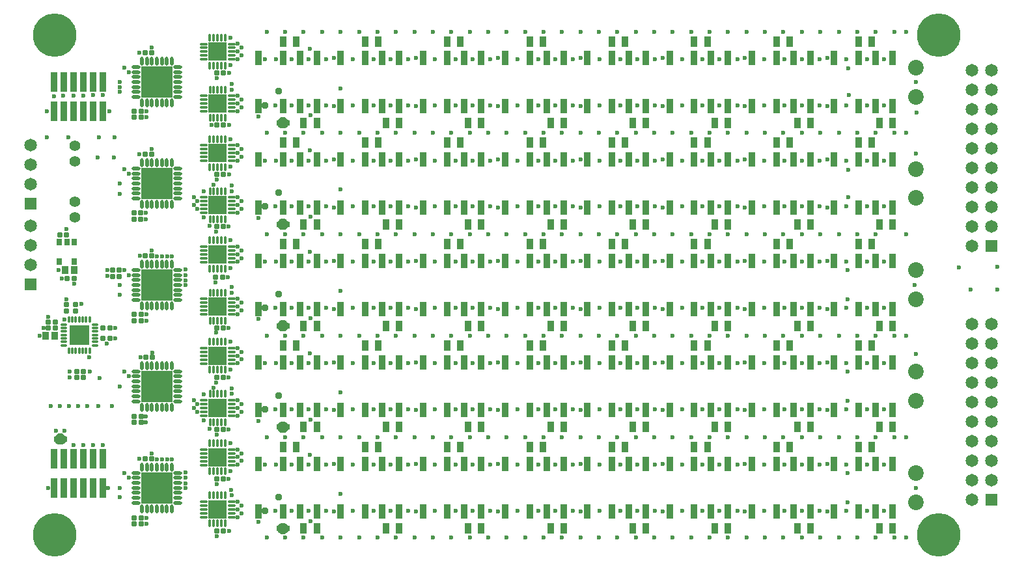
<source format=gts>
G04*
G04 #@! TF.GenerationSoftware,Altium Limited,Altium Designer,20.0.9 (164)*
G04*
G04 Layer_Color=8388736*
%FSLAX25Y25*%
%MOIN*%
G70*
G01*
G75*
%ADD33O,0.03543X0.01378*%
%ADD34O,0.01378X0.03543*%
%ADD35R,0.10433X0.10433*%
%ADD36R,0.03740X0.05709*%
%ADD37R,0.03091X0.03091*%
%ADD38R,0.03347X0.07284*%
%ADD39O,0.03937X0.01575*%
%ADD40O,0.01575X0.03937*%
%ADD41R,0.09646X0.09646*%
G04:AMPARAMS|DCode=42|XSize=26.38mil|YSize=27.95mil|CornerRadius=8.07mil|HoleSize=0mil|Usage=FLASHONLY|Rotation=180.000|XOffset=0mil|YOffset=0mil|HoleType=Round|Shape=RoundedRectangle|*
%AMROUNDEDRECTD42*
21,1,0.02638,0.01181,0,0,180.0*
21,1,0.01024,0.02795,0,0,180.0*
1,1,0.01614,-0.00512,0.00591*
1,1,0.01614,0.00512,0.00591*
1,1,0.01614,0.00512,-0.00591*
1,1,0.01614,-0.00512,-0.00591*
%
%ADD42ROUNDEDRECTD42*%
%ADD43R,0.16063X0.16063*%
%ADD44O,0.04528X0.01772*%
%ADD45O,0.01772X0.04528*%
G04:AMPARAMS|DCode=46|XSize=26.38mil|YSize=27.95mil|CornerRadius=8.07mil|HoleSize=0mil|Usage=FLASHONLY|Rotation=90.000|XOffset=0mil|YOffset=0mil|HoleType=Round|Shape=RoundedRectangle|*
%AMROUNDEDRECTD46*
21,1,0.02638,0.01181,0,0,90.0*
21,1,0.01024,0.02795,0,0,90.0*
1,1,0.01614,0.00591,0.00512*
1,1,0.01614,0.00591,-0.00512*
1,1,0.01614,-0.00591,-0.00512*
1,1,0.01614,-0.00591,0.00512*
%
%ADD46ROUNDEDRECTD46*%
%ADD47R,0.03583X0.10039*%
%ADD48R,0.02756X0.03740*%
%ADD49R,0.03425X0.04134*%
%ADD50R,0.03347X0.03937*%
%ADD51C,0.05591*%
%ADD52R,0.06496X0.06496*%
%ADD53C,0.06496*%
%ADD54C,0.07991*%
%ADD55C,0.02362*%
%ADD56C,0.03398*%
%ADD57C,0.22244*%
%ADD58C,0.03740*%
%ADD59C,0.02559*%
G36*
X135996Y68937D02*
X136008D01*
X136019Y68935D01*
X136031Y68934D01*
X136042Y68932D01*
X136054Y68930D01*
X136065Y68926D01*
X136076Y68923D01*
X136087Y68919D01*
X136098Y68915D01*
X137017Y68535D01*
X137027Y68529D01*
X137038Y68525D01*
X137048Y68519D01*
X137058Y68514D01*
X137067Y68507D01*
X137077Y68501D01*
X137086Y68493D01*
X137096Y68486D01*
X137104Y68478D01*
X137113Y68471D01*
X137816Y67767D01*
X137824Y67758D01*
X137832Y67750D01*
X137839Y67741D01*
X137846Y67732D01*
X137852Y67722D01*
X137859Y67713D01*
X137864Y67702D01*
X137871Y67692D01*
X137875Y67681D01*
X137880Y67671D01*
X138261Y66752D01*
X138265Y66741D01*
X138269Y66730D01*
X138272Y66719D01*
X138275Y66708D01*
X138277Y66697D01*
X138280Y66685D01*
X138281Y66674D01*
X138283Y66662D01*
Y66651D01*
X138283Y66639D01*
Y66142D01*
Y65644D01*
X138283Y65633D01*
Y65621D01*
X138281Y65610D01*
X138280Y65598D01*
X138277Y65587D01*
X138275Y65575D01*
X138272Y65564D01*
X138269Y65553D01*
X138265Y65542D01*
X138261Y65531D01*
X137880Y64612D01*
X137875Y64602D01*
X137871Y64591D01*
X137864Y64581D01*
X137859Y64571D01*
X137852Y64561D01*
X137846Y64552D01*
X137839Y64543D01*
X137832Y64533D01*
X137824Y64525D01*
X137816Y64516D01*
X137113Y63813D01*
X137104Y63805D01*
X137096Y63797D01*
X137086Y63790D01*
X137077Y63783D01*
X137067Y63777D01*
X137058Y63770D01*
X137048Y63765D01*
X137038Y63758D01*
X137027Y63754D01*
X137017Y63749D01*
X136098Y63368D01*
X136087Y63364D01*
X136076Y63360D01*
X136065Y63357D01*
X136054Y63354D01*
X136042Y63352D01*
X136031Y63349D01*
X136019Y63348D01*
X136008Y63346D01*
X135996D01*
X135985Y63345D01*
X135487D01*
X135441Y63349D01*
X135396Y63360D01*
X135353Y63378D01*
X135313Y63402D01*
X135278Y63432D01*
X135248Y63468D01*
X135236Y63486D01*
X135225Y63468D01*
X135195Y63432D01*
X135159Y63402D01*
X135120Y63378D01*
X135077Y63360D01*
X135031Y63349D01*
X134985Y63345D01*
X134488D01*
X134476Y63346D01*
X134465D01*
X134453Y63348D01*
X134442Y63349D01*
X134430Y63352D01*
X134419Y63354D01*
X134408Y63357D01*
X134396Y63360D01*
X134386Y63364D01*
X134374Y63368D01*
X133456Y63749D01*
X133445Y63754D01*
X133435Y63758D01*
X133425Y63765D01*
X133414Y63770D01*
X133405Y63777D01*
X133395Y63783D01*
X133386Y63790D01*
X133377Y63797D01*
X133369Y63805D01*
X133360Y63813D01*
X132656Y64516D01*
X132649Y64525D01*
X132641Y64533D01*
X132634Y64543D01*
X132626Y64552D01*
X132620Y64561D01*
X132613Y64571D01*
X132608Y64581D01*
X132602Y64591D01*
X132597Y64602D01*
X132592Y64612D01*
X132211Y65531D01*
X132208Y65542D01*
X132203Y65553D01*
X132201Y65564D01*
X132197Y65575D01*
X132195Y65587D01*
X132193Y65598D01*
X132192Y65610D01*
X132190Y65621D01*
Y65633D01*
X132189Y65644D01*
Y66142D01*
Y66639D01*
X132190Y66651D01*
Y66662D01*
X132192Y66674D01*
X132193Y66685D01*
X132195Y66697D01*
X132197Y66708D01*
X132201Y66719D01*
X132203Y66730D01*
X132208Y66741D01*
X132212Y66752D01*
X132592Y67671D01*
X132597Y67681D01*
X132602Y67692D01*
X132608Y67702D01*
X132613Y67713D01*
X132620Y67722D01*
X132626Y67732D01*
X132634Y67741D01*
X132641Y67750D01*
X132649Y67758D01*
X132656Y67767D01*
X133360Y68471D01*
X133369Y68478D01*
X133377Y68486D01*
X133386Y68493D01*
X133395Y68501D01*
X133405Y68507D01*
X133414Y68514D01*
X133425Y68519D01*
X133435Y68525D01*
X133445Y68529D01*
X133456Y68535D01*
X134374Y68915D01*
X134386Y68919D01*
X134396Y68923D01*
X134408Y68926D01*
X134419Y68930D01*
X134430Y68932D01*
X134442Y68934D01*
X134453Y68935D01*
X134465Y68937D01*
X134476D01*
X134488Y68938D01*
X134985D01*
X135031Y68934D01*
X135077Y68923D01*
X135120Y68906D01*
X135159Y68881D01*
X135195Y68851D01*
X135225Y68816D01*
X135236Y68797D01*
X135248Y68816D01*
X135278Y68851D01*
X135313Y68881D01*
X135353Y68906D01*
X135396Y68923D01*
X135441Y68934D01*
X135487Y68938D01*
X135985D01*
X135996Y68937D01*
D02*
G37*
G36*
X22020Y62835D02*
X22031D01*
X22043Y62833D01*
X22054Y62832D01*
X22066Y62829D01*
X22077Y62827D01*
X22088Y62824D01*
X22100Y62821D01*
X22110Y62817D01*
X22121Y62813D01*
X23040Y62432D01*
X23051Y62427D01*
X23061Y62423D01*
X23071Y62417D01*
X23082Y62411D01*
X23091Y62405D01*
X23101Y62398D01*
X23110Y62391D01*
X23119Y62384D01*
X23128Y62376D01*
X23136Y62368D01*
X23840Y61665D01*
X23847Y61656D01*
X23855Y61648D01*
X23862Y61638D01*
X23870Y61630D01*
X23876Y61620D01*
X23883Y61610D01*
X23888Y61600D01*
X23894Y61590D01*
X23899Y61579D01*
X23904Y61569D01*
X24284Y60650D01*
X24288Y60639D01*
X24293Y60628D01*
X24295Y60617D01*
X24299Y60606D01*
X24301Y60594D01*
X24303Y60583D01*
X24304Y60571D01*
X24306Y60560D01*
Y60548D01*
X24307Y60537D01*
Y60039D01*
Y59542D01*
X24306Y59530D01*
Y59519D01*
X24304Y59507D01*
X24303Y59496D01*
X24301Y59484D01*
X24299Y59473D01*
X24295Y59462D01*
X24293Y59451D01*
X24288Y59440D01*
X24284Y59429D01*
X23904Y58510D01*
X23899Y58499D01*
X23894Y58489D01*
X23888Y58479D01*
X23883Y58469D01*
X23876Y58459D01*
X23870Y58449D01*
X23862Y58440D01*
X23855Y58431D01*
X23847Y58423D01*
X23840Y58414D01*
X23136Y57710D01*
X23128Y57703D01*
X23119Y57695D01*
X23110Y57688D01*
X23101Y57680D01*
X23091Y57674D01*
X23082Y57667D01*
X23071Y57662D01*
X23061Y57656D01*
X23051Y57652D01*
X23040Y57646D01*
X22121Y57266D01*
X22110Y57262D01*
X22100Y57258D01*
X22088Y57255D01*
X22077Y57251D01*
X22066Y57249D01*
X22054Y57247D01*
X22043Y57246D01*
X22031Y57244D01*
X22020D01*
X22008Y57243D01*
X21511D01*
X21464Y57247D01*
X21419Y57258D01*
X21376Y57275D01*
X21337Y57300D01*
X21301Y57330D01*
X21271Y57365D01*
X21260Y57384D01*
X21248Y57365D01*
X21218Y57330D01*
X21183Y57300D01*
X21143Y57275D01*
X21100Y57258D01*
X21055Y57247D01*
X21009Y57243D01*
X20512D01*
X20500Y57244D01*
X20488D01*
X20477Y57246D01*
X20465Y57247D01*
X20454Y57249D01*
X20442Y57251D01*
X20431Y57255D01*
X20420Y57258D01*
X20409Y57262D01*
X20398Y57266D01*
X19479Y57646D01*
X19469Y57652D01*
X19458Y57656D01*
X19448Y57662D01*
X19438Y57667D01*
X19429Y57674D01*
X19419Y57680D01*
X19410Y57688D01*
X19400Y57695D01*
X19392Y57703D01*
X19383Y57710D01*
X18680Y58414D01*
X18672Y58423D01*
X18664Y58431D01*
X18657Y58440D01*
X18650Y58449D01*
X18644Y58459D01*
X18637Y58469D01*
X18632Y58479D01*
X18625Y58489D01*
X18621Y58499D01*
X18616Y58510D01*
X18235Y59429D01*
X18232Y59440D01*
X18227Y59451D01*
X18224Y59462D01*
X18221Y59473D01*
X18219Y59484D01*
X18216Y59496D01*
X18215Y59507D01*
X18214Y59519D01*
Y59530D01*
X18213Y59542D01*
Y60039D01*
Y60537D01*
X18214Y60548D01*
Y60560D01*
X18215Y60571D01*
X18216Y60583D01*
X18219Y60594D01*
X18221Y60606D01*
X18224Y60617D01*
X18227Y60628D01*
X18232Y60639D01*
X18235Y60650D01*
X18616Y61569D01*
X18621Y61579D01*
X18625Y61590D01*
X18632Y61600D01*
X18637Y61610D01*
X18644Y61620D01*
X18650Y61630D01*
X18657Y61638D01*
X18664Y61648D01*
X18672Y61656D01*
X18680Y61665D01*
X19383Y62368D01*
X19392Y62376D01*
X19400Y62384D01*
X19410Y62391D01*
X19419Y62398D01*
X19429Y62405D01*
X19438Y62411D01*
X19448Y62417D01*
X19458Y62423D01*
X19469Y62427D01*
X19479Y62432D01*
X20398Y62813D01*
X20409Y62817D01*
X20420Y62821D01*
X20431Y62824D01*
X20442Y62827D01*
X20454Y62829D01*
X20465Y62832D01*
X20477Y62833D01*
X20488Y62835D01*
X20500D01*
X20512Y62836D01*
X21009D01*
X21055Y62832D01*
X21100Y62821D01*
X21143Y62803D01*
X21183Y62779D01*
X21218Y62749D01*
X21248Y62713D01*
X21260Y62695D01*
X21271Y62713D01*
X21301Y62749D01*
X21337Y62779D01*
X21376Y62803D01*
X21419Y62821D01*
X21464Y62832D01*
X21511Y62836D01*
X22008D01*
X22020Y62835D01*
D02*
G37*
G36*
X135996Y16969D02*
X136008D01*
X136019Y16967D01*
X136031Y16966D01*
X136042Y16963D01*
X136054Y16961D01*
X136065Y16958D01*
X136076Y16955D01*
X136087Y16951D01*
X136098Y16947D01*
X137017Y16566D01*
X137027Y16561D01*
X137038Y16556D01*
X137048Y16550D01*
X137058Y16545D01*
X137067Y16538D01*
X137077Y16532D01*
X137086Y16525D01*
X137096Y16518D01*
X137104Y16510D01*
X137113Y16502D01*
X137816Y15799D01*
X137824Y15790D01*
X137832Y15782D01*
X137839Y15772D01*
X137846Y15764D01*
X137852Y15754D01*
X137859Y15744D01*
X137864Y15734D01*
X137871Y15724D01*
X137875Y15713D01*
X137880Y15703D01*
X138261Y14784D01*
X138265Y14773D01*
X138269Y14762D01*
X138272Y14751D01*
X138275Y14740D01*
X138277Y14728D01*
X138280Y14717D01*
X138281Y14705D01*
X138283Y14694D01*
Y14682D01*
X138283Y14671D01*
Y14173D01*
Y13676D01*
X138283Y13664D01*
Y13653D01*
X138281Y13641D01*
X138280Y13630D01*
X138277Y13618D01*
X138275Y13607D01*
X138272Y13596D01*
X138269Y13584D01*
X138265Y13574D01*
X138261Y13563D01*
X137880Y12644D01*
X137875Y12633D01*
X137871Y12623D01*
X137864Y12613D01*
X137859Y12602D01*
X137852Y12593D01*
X137846Y12583D01*
X137839Y12574D01*
X137832Y12565D01*
X137824Y12557D01*
X137816Y12548D01*
X137113Y11844D01*
X137104Y11837D01*
X137096Y11829D01*
X137086Y11822D01*
X137077Y11814D01*
X137067Y11808D01*
X137058Y11801D01*
X137048Y11796D01*
X137038Y11790D01*
X137027Y11785D01*
X137017Y11780D01*
X136098Y11400D01*
X136087Y11396D01*
X136076Y11391D01*
X136065Y11389D01*
X136054Y11385D01*
X136042Y11383D01*
X136031Y11381D01*
X136019Y11380D01*
X136008Y11378D01*
X135996D01*
X135985Y11377D01*
X135487D01*
X135441Y11381D01*
X135396Y11391D01*
X135353Y11409D01*
X135313Y11434D01*
X135278Y11464D01*
X135248Y11499D01*
X135236Y11518D01*
X135225Y11499D01*
X135195Y11464D01*
X135159Y11434D01*
X135120Y11409D01*
X135077Y11391D01*
X135031Y11381D01*
X134985Y11377D01*
X134488D01*
X134476Y11378D01*
X134465D01*
X134453Y11380D01*
X134442Y11381D01*
X134430Y11383D01*
X134419Y11385D01*
X134408Y11389D01*
X134396Y11391D01*
X134386Y11396D01*
X134374Y11400D01*
X133456Y11780D01*
X133445Y11785D01*
X133435Y11790D01*
X133425Y11796D01*
X133414Y11801D01*
X133405Y11808D01*
X133395Y11814D01*
X133386Y11822D01*
X133377Y11829D01*
X133369Y11837D01*
X133360Y11844D01*
X132656Y12548D01*
X132649Y12557D01*
X132641Y12565D01*
X132634Y12574D01*
X132626Y12583D01*
X132620Y12593D01*
X132613Y12602D01*
X132608Y12613D01*
X132602Y12623D01*
X132597Y12633D01*
X132592Y12644D01*
X132211Y13563D01*
X132208Y13574D01*
X132203Y13584D01*
X132201Y13596D01*
X132197Y13607D01*
X132195Y13618D01*
X132193Y13630D01*
X132192Y13641D01*
X132190Y13653D01*
Y13664D01*
X132189Y13676D01*
Y14173D01*
Y14671D01*
X132190Y14682D01*
Y14694D01*
X132192Y14705D01*
X132193Y14717D01*
X132195Y14728D01*
X132197Y14740D01*
X132201Y14751D01*
X132203Y14762D01*
X132208Y14773D01*
X132212Y14784D01*
X132592Y15703D01*
X132597Y15713D01*
X132602Y15724D01*
X132608Y15734D01*
X132613Y15744D01*
X132620Y15754D01*
X132626Y15764D01*
X132634Y15772D01*
X132641Y15782D01*
X132649Y15790D01*
X132656Y15799D01*
X133360Y16502D01*
X133369Y16510D01*
X133377Y16518D01*
X133386Y16525D01*
X133395Y16532D01*
X133405Y16538D01*
X133414Y16545D01*
X133425Y16550D01*
X133435Y16556D01*
X133445Y16561D01*
X133456Y16566D01*
X134374Y16947D01*
X134386Y16951D01*
X134396Y16955D01*
X134408Y16958D01*
X134419Y16961D01*
X134430Y16963D01*
X134442Y16966D01*
X134453Y16967D01*
X134465Y16969D01*
X134476D01*
X134488Y16969D01*
X134985D01*
X135031Y16966D01*
X135077Y16955D01*
X135120Y16937D01*
X135159Y16913D01*
X135195Y16883D01*
X135225Y16847D01*
X135236Y16829D01*
X135248Y16847D01*
X135278Y16883D01*
X135313Y16913D01*
X135353Y16937D01*
X135396Y16955D01*
X135441Y16966D01*
X135487Y16969D01*
X135985D01*
X135996Y16969D01*
D02*
G37*
G36*
Y224843D02*
X136008D01*
X136019Y224841D01*
X136031Y224840D01*
X136042Y224837D01*
X136054Y224835D01*
X136065Y224832D01*
X136076Y224829D01*
X136087Y224825D01*
X136098Y224821D01*
X137017Y224440D01*
X137027Y224435D01*
X137038Y224430D01*
X137048Y224424D01*
X137058Y224419D01*
X137067Y224412D01*
X137077Y224406D01*
X137086Y224399D01*
X137096Y224392D01*
X137104Y224384D01*
X137113Y224376D01*
X137816Y223673D01*
X137824Y223664D01*
X137832Y223656D01*
X137839Y223646D01*
X137846Y223638D01*
X137852Y223627D01*
X137859Y223618D01*
X137864Y223608D01*
X137871Y223598D01*
X137875Y223587D01*
X137880Y223577D01*
X138261Y222658D01*
X138265Y222647D01*
X138269Y222636D01*
X138272Y222625D01*
X138275Y222614D01*
X138277Y222602D01*
X138280Y222591D01*
X138281Y222579D01*
X138283Y222568D01*
Y222556D01*
X138283Y222545D01*
Y222047D01*
Y221550D01*
X138283Y221538D01*
Y221527D01*
X138281Y221515D01*
X138280Y221504D01*
X138277Y221492D01*
X138275Y221481D01*
X138272Y221470D01*
X138269Y221458D01*
X138265Y221448D01*
X138261Y221437D01*
X137880Y220518D01*
X137875Y220507D01*
X137871Y220497D01*
X137864Y220487D01*
X137859Y220476D01*
X137852Y220467D01*
X137846Y220457D01*
X137839Y220448D01*
X137832Y220439D01*
X137824Y220430D01*
X137816Y220422D01*
X137113Y219718D01*
X137104Y219711D01*
X137096Y219703D01*
X137086Y219696D01*
X137077Y219688D01*
X137067Y219682D01*
X137058Y219675D01*
X137048Y219670D01*
X137038Y219664D01*
X137027Y219659D01*
X137017Y219654D01*
X136098Y219274D01*
X136087Y219270D01*
X136076Y219266D01*
X136065Y219263D01*
X136054Y219259D01*
X136042Y219257D01*
X136031Y219255D01*
X136019Y219254D01*
X136008Y219252D01*
X135996D01*
X135985Y219251D01*
X135487D01*
X135441Y219255D01*
X135396Y219266D01*
X135353Y219283D01*
X135313Y219308D01*
X135278Y219338D01*
X135248Y219373D01*
X135236Y219392D01*
X135225Y219373D01*
X135195Y219338D01*
X135159Y219308D01*
X135120Y219283D01*
X135077Y219266D01*
X135031Y219255D01*
X134985Y219251D01*
X134488D01*
X134476Y219252D01*
X134465D01*
X134453Y219254D01*
X134442Y219255D01*
X134430Y219257D01*
X134419Y219259D01*
X134408Y219263D01*
X134396Y219266D01*
X134386Y219270D01*
X134374Y219274D01*
X133456Y219654D01*
X133445Y219659D01*
X133435Y219664D01*
X133425Y219670D01*
X133414Y219675D01*
X133405Y219682D01*
X133395Y219688D01*
X133386Y219696D01*
X133377Y219703D01*
X133369Y219711D01*
X133360Y219718D01*
X132656Y220422D01*
X132649Y220430D01*
X132641Y220439D01*
X132634Y220448D01*
X132626Y220457D01*
X132620Y220467D01*
X132613Y220476D01*
X132608Y220487D01*
X132602Y220497D01*
X132597Y220507D01*
X132592Y220518D01*
X132211Y221437D01*
X132208Y221448D01*
X132203Y221458D01*
X132201Y221470D01*
X132197Y221481D01*
X132195Y221492D01*
X132193Y221504D01*
X132192Y221515D01*
X132190Y221527D01*
Y221538D01*
X132189Y221550D01*
Y222047D01*
Y222545D01*
X132190Y222556D01*
Y222568D01*
X132192Y222579D01*
X132193Y222591D01*
X132195Y222602D01*
X132197Y222614D01*
X132201Y222625D01*
X132203Y222636D01*
X132208Y222647D01*
X132212Y222658D01*
X132592Y223577D01*
X132597Y223587D01*
X132602Y223598D01*
X132608Y223608D01*
X132613Y223618D01*
X132620Y223627D01*
X132626Y223638D01*
X132634Y223646D01*
X132641Y223656D01*
X132649Y223664D01*
X132656Y223673D01*
X133360Y224376D01*
X133369Y224384D01*
X133377Y224392D01*
X133386Y224399D01*
X133395Y224406D01*
X133405Y224412D01*
X133414Y224419D01*
X133425Y224424D01*
X133435Y224430D01*
X133445Y224435D01*
X133456Y224440D01*
X134374Y224821D01*
X134386Y224825D01*
X134396Y224829D01*
X134408Y224832D01*
X134419Y224835D01*
X134430Y224837D01*
X134442Y224840D01*
X134453Y224841D01*
X134465Y224843D01*
X134476D01*
X134488Y224843D01*
X134985D01*
X135031Y224840D01*
X135077Y224829D01*
X135120Y224811D01*
X135159Y224787D01*
X135195Y224757D01*
X135225Y224721D01*
X135236Y224703D01*
X135248Y224721D01*
X135278Y224757D01*
X135313Y224787D01*
X135353Y224811D01*
X135396Y224829D01*
X135441Y224840D01*
X135487Y224843D01*
X135985D01*
X135996Y224843D01*
D02*
G37*
G36*
X135996Y172874D02*
X136008D01*
X136019Y172872D01*
X136031Y172871D01*
X136042Y172869D01*
X136054Y172867D01*
X136065Y172863D01*
X136076Y172860D01*
X136087Y172856D01*
X136098Y172852D01*
X137017Y172472D01*
X137027Y172467D01*
X137038Y172462D01*
X137048Y172456D01*
X137058Y172451D01*
X137067Y172444D01*
X137077Y172438D01*
X137086Y172430D01*
X137096Y172423D01*
X137104Y172415D01*
X137113Y172408D01*
X137816Y171704D01*
X137824Y171695D01*
X137832Y171687D01*
X137839Y171678D01*
X137846Y171669D01*
X137852Y171659D01*
X137859Y171650D01*
X137864Y171639D01*
X137871Y171629D01*
X137875Y171618D01*
X137880Y171608D01*
X138261Y170689D01*
X138265Y170678D01*
X138269Y170668D01*
X138272Y170656D01*
X138275Y170645D01*
X138277Y170634D01*
X138280Y170622D01*
X138281Y170611D01*
X138283Y170599D01*
Y170588D01*
X138283Y170576D01*
Y170079D01*
Y169581D01*
X138283Y169570D01*
Y169558D01*
X138281Y169547D01*
X138280Y169535D01*
X138277Y169524D01*
X138275Y169512D01*
X138272Y169501D01*
X138269Y169490D01*
X138265Y169479D01*
X138261Y169468D01*
X137880Y168549D01*
X137875Y168539D01*
X137871Y168528D01*
X137864Y168518D01*
X137859Y168508D01*
X137852Y168499D01*
X137846Y168489D01*
X137839Y168480D01*
X137832Y168470D01*
X137824Y168462D01*
X137816Y168453D01*
X137113Y167750D01*
X137104Y167742D01*
X137096Y167734D01*
X137086Y167727D01*
X137077Y167720D01*
X137067Y167714D01*
X137058Y167707D01*
X137048Y167701D01*
X137038Y167695D01*
X137027Y167691D01*
X137017Y167686D01*
X136098Y167305D01*
X136087Y167301D01*
X136076Y167297D01*
X136065Y167294D01*
X136054Y167291D01*
X136042Y167289D01*
X136031Y167286D01*
X136019Y167285D01*
X136008Y167283D01*
X135996D01*
X135985Y167282D01*
X135487D01*
X135441Y167286D01*
X135396Y167297D01*
X135353Y167315D01*
X135313Y167339D01*
X135278Y167369D01*
X135248Y167405D01*
X135236Y167423D01*
X135225Y167405D01*
X135195Y167369D01*
X135159Y167339D01*
X135120Y167315D01*
X135077Y167297D01*
X135031Y167286D01*
X134985Y167282D01*
X134488D01*
X134476Y167283D01*
X134465D01*
X134453Y167285D01*
X134442Y167286D01*
X134430Y167289D01*
X134419Y167291D01*
X134408Y167294D01*
X134396Y167297D01*
X134386Y167301D01*
X134375Y167305D01*
X133456Y167686D01*
X133445Y167691D01*
X133435Y167695D01*
X133425Y167701D01*
X133414Y167707D01*
X133405Y167714D01*
X133395Y167720D01*
X133386Y167727D01*
X133377Y167734D01*
X133369Y167742D01*
X133360Y167750D01*
X132656Y168453D01*
X132649Y168462D01*
X132641Y168470D01*
X132634Y168480D01*
X132626Y168489D01*
X132620Y168499D01*
X132613Y168508D01*
X132608Y168518D01*
X132602Y168528D01*
X132597Y168539D01*
X132592Y168549D01*
X132212Y169468D01*
X132208Y169479D01*
X132203Y169490D01*
X132201Y169501D01*
X132197Y169512D01*
X132195Y169524D01*
X132193Y169535D01*
X132192Y169547D01*
X132190Y169558D01*
Y169570D01*
X132189Y169581D01*
Y170079D01*
Y170576D01*
X132190Y170588D01*
Y170599D01*
X132192Y170611D01*
X132193Y170622D01*
X132195Y170634D01*
X132197Y170645D01*
X132201Y170656D01*
X132203Y170668D01*
X132208Y170678D01*
X132212Y170689D01*
X132592Y171608D01*
X132597Y171618D01*
X132602Y171629D01*
X132608Y171639D01*
X132613Y171650D01*
X132620Y171659D01*
X132626Y171669D01*
X132634Y171678D01*
X132641Y171687D01*
X132649Y171695D01*
X132656Y171704D01*
X133360Y172408D01*
X133369Y172415D01*
X133377Y172423D01*
X133386Y172430D01*
X133395Y172438D01*
X133405Y172444D01*
X133414Y172451D01*
X133425Y172456D01*
X133435Y172462D01*
X133445Y172467D01*
X133456Y172472D01*
X134375Y172852D01*
X134386Y172856D01*
X134396Y172860D01*
X134408Y172863D01*
X134419Y172867D01*
X134430Y172869D01*
X134442Y172871D01*
X134453Y172872D01*
X134465Y172874D01*
X134476D01*
X134488Y172875D01*
X134985D01*
X135031Y172871D01*
X135077Y172860D01*
X135120Y172843D01*
X135159Y172818D01*
X135195Y172788D01*
X135225Y172753D01*
X135236Y172734D01*
X135248Y172753D01*
X135278Y172788D01*
X135313Y172818D01*
X135353Y172843D01*
X135396Y172860D01*
X135441Y172871D01*
X135487Y172875D01*
X135985D01*
X135996Y172874D01*
D02*
G37*
G36*
X135996Y120905D02*
X136008D01*
X136019Y120904D01*
X136031Y120903D01*
X136042Y120900D01*
X136054Y120898D01*
X136065Y120895D01*
X136076Y120892D01*
X136087Y120887D01*
X136098Y120884D01*
X137017Y120503D01*
X137027Y120498D01*
X137038Y120493D01*
X137048Y120487D01*
X137058Y120482D01*
X137067Y120475D01*
X137077Y120469D01*
X137086Y120462D01*
X137096Y120455D01*
X137104Y120447D01*
X137113Y120439D01*
X137816Y119736D01*
X137824Y119727D01*
X137832Y119719D01*
X137839Y119709D01*
X137846Y119701D01*
X137852Y119691D01*
X137859Y119681D01*
X137864Y119671D01*
X137871Y119661D01*
X137875Y119650D01*
X137880Y119640D01*
X138261Y118721D01*
X138265Y118710D01*
X138269Y118699D01*
X138272Y118688D01*
X138275Y118677D01*
X138277Y118665D01*
X138280Y118654D01*
X138281Y118642D01*
X138283Y118631D01*
Y118619D01*
X138283Y118607D01*
Y118110D01*
Y117613D01*
X138283Y117601D01*
Y117590D01*
X138281Y117578D01*
X138280Y117567D01*
X138277Y117555D01*
X138275Y117544D01*
X138272Y117533D01*
X138269Y117521D01*
X138265Y117511D01*
X138261Y117500D01*
X137880Y116581D01*
X137875Y116570D01*
X137871Y116560D01*
X137864Y116550D01*
X137859Y116539D01*
X137852Y116530D01*
X137846Y116520D01*
X137839Y116511D01*
X137832Y116502D01*
X137824Y116493D01*
X137816Y116485D01*
X137113Y115781D01*
X137104Y115774D01*
X137096Y115766D01*
X137086Y115759D01*
X137077Y115751D01*
X137067Y115745D01*
X137058Y115738D01*
X137048Y115733D01*
X137038Y115727D01*
X137027Y115723D01*
X137017Y115717D01*
X136098Y115337D01*
X136087Y115333D01*
X136076Y115329D01*
X136065Y115326D01*
X136054Y115322D01*
X136042Y115320D01*
X136031Y115318D01*
X136019Y115317D01*
X136008Y115315D01*
X135996D01*
X135985Y115314D01*
X135487D01*
X135441Y115318D01*
X135396Y115329D01*
X135353Y115346D01*
X135313Y115371D01*
X135278Y115401D01*
X135248Y115436D01*
X135236Y115455D01*
X135225Y115436D01*
X135195Y115401D01*
X135159Y115371D01*
X135120Y115346D01*
X135077Y115329D01*
X135031Y115318D01*
X134985Y115314D01*
X134488D01*
X134476Y115315D01*
X134465D01*
X134453Y115317D01*
X134442Y115318D01*
X134430Y115320D01*
X134419Y115322D01*
X134408Y115326D01*
X134396Y115329D01*
X134386Y115333D01*
X134374Y115337D01*
X133456Y115717D01*
X133445Y115723D01*
X133435Y115727D01*
X133425Y115733D01*
X133414Y115738D01*
X133405Y115745D01*
X133395Y115751D01*
X133386Y115759D01*
X133377Y115766D01*
X133369Y115774D01*
X133360Y115781D01*
X132656Y116485D01*
X132649Y116493D01*
X132641Y116502D01*
X132634Y116511D01*
X132626Y116520D01*
X132620Y116530D01*
X132613Y116539D01*
X132608Y116550D01*
X132602Y116560D01*
X132597Y116570D01*
X132592Y116581D01*
X132211Y117500D01*
X132208Y117511D01*
X132203Y117521D01*
X132201Y117533D01*
X132197Y117544D01*
X132195Y117555D01*
X132193Y117567D01*
X132192Y117578D01*
X132190Y117590D01*
Y117601D01*
X132189Y117613D01*
Y118110D01*
Y118607D01*
X132190Y118619D01*
Y118631D01*
X132192Y118642D01*
X132193Y118654D01*
X132195Y118665D01*
X132197Y118677D01*
X132201Y118688D01*
X132203Y118699D01*
X132208Y118710D01*
X132212Y118721D01*
X132592Y119640D01*
X132597Y119650D01*
X132602Y119661D01*
X132608Y119671D01*
X132613Y119681D01*
X132620Y119691D01*
X132626Y119701D01*
X132634Y119709D01*
X132641Y119719D01*
X132649Y119727D01*
X132656Y119736D01*
X133360Y120439D01*
X133369Y120447D01*
X133377Y120455D01*
X133386Y120462D01*
X133395Y120469D01*
X133405Y120475D01*
X133414Y120482D01*
X133425Y120487D01*
X133435Y120493D01*
X133445Y120498D01*
X133456Y120503D01*
X134374Y120884D01*
X134386Y120887D01*
X134396Y120892D01*
X134408Y120895D01*
X134419Y120898D01*
X134430Y120900D01*
X134442Y120903D01*
X134453Y120904D01*
X134465Y120905D01*
X134476D01*
X134488Y120906D01*
X134985D01*
X135031Y120903D01*
X135077Y120892D01*
X135120Y120874D01*
X135159Y120850D01*
X135195Y120820D01*
X135225Y120784D01*
X135236Y120766D01*
X135248Y120784D01*
X135278Y120820D01*
X135313Y120850D01*
X135353Y120874D01*
X135396Y120892D01*
X135441Y120903D01*
X135487Y120906D01*
X135985D01*
X135996Y120905D01*
D02*
G37*
D33*
X38878Y108071D02*
D03*
Y109843D02*
D03*
Y111614D02*
D03*
X38878Y113386D02*
D03*
X38878Y115157D02*
D03*
Y116929D02*
D03*
Y118701D02*
D03*
X22933D02*
D03*
Y116929D02*
D03*
Y115157D02*
D03*
X22933Y113386D02*
D03*
X22933Y111614D02*
D03*
Y109843D02*
D03*
Y108071D02*
D03*
D34*
X36220Y121358D02*
D03*
X34449D02*
D03*
X32677D02*
D03*
X30906Y121358D02*
D03*
X29134Y121358D02*
D03*
X27362D02*
D03*
X25591D02*
D03*
Y105413D02*
D03*
X27362D02*
D03*
X29134D02*
D03*
X30906Y105413D02*
D03*
X32677Y105413D02*
D03*
X34449D02*
D03*
X36220D02*
D03*
D35*
X30906Y113386D02*
D03*
D36*
X145866Y222047D02*
D03*
X152559D02*
D03*
X187992D02*
D03*
X194685D02*
D03*
X230118D02*
D03*
X236811D02*
D03*
X272244D02*
D03*
X278937D02*
D03*
X314370D02*
D03*
X321063D02*
D03*
X356496D02*
D03*
X363189D02*
D03*
X398622D02*
D03*
X405315D02*
D03*
X440748D02*
D03*
X447441D02*
D03*
X135236Y263779D02*
D03*
X141929D02*
D03*
X177362D02*
D03*
X184055D02*
D03*
X219488D02*
D03*
X226181D02*
D03*
X261614D02*
D03*
X268307D02*
D03*
X303740D02*
D03*
X310433D02*
D03*
X345866D02*
D03*
X352559D02*
D03*
X387992D02*
D03*
X394685D02*
D03*
X430118D02*
D03*
X436811D02*
D03*
X145866Y170079D02*
D03*
X152559D02*
D03*
X187992D02*
D03*
X194685D02*
D03*
X230118D02*
D03*
X236811D02*
D03*
X272244D02*
D03*
X278937D02*
D03*
X314370D02*
D03*
X321063D02*
D03*
X356496D02*
D03*
X363189D02*
D03*
X398622D02*
D03*
X405315D02*
D03*
X440748D02*
D03*
X447441D02*
D03*
X135236Y211811D02*
D03*
X141929D02*
D03*
X177362D02*
D03*
X184055D02*
D03*
X219488D02*
D03*
X226181D02*
D03*
X261614D02*
D03*
X268307D02*
D03*
X303740D02*
D03*
X310433D02*
D03*
X345866D02*
D03*
X352559D02*
D03*
X387992D02*
D03*
X394685D02*
D03*
X430118D02*
D03*
X436811D02*
D03*
X145866Y118110D02*
D03*
X152559D02*
D03*
X187992D02*
D03*
X194685D02*
D03*
X230118D02*
D03*
X236811D02*
D03*
X272244D02*
D03*
X278937D02*
D03*
X314370D02*
D03*
X321063D02*
D03*
X356496D02*
D03*
X363189D02*
D03*
X398622D02*
D03*
X405315D02*
D03*
X440748D02*
D03*
X447441D02*
D03*
X135236Y159843D02*
D03*
X141929D02*
D03*
X177362D02*
D03*
X184055D02*
D03*
X219488D02*
D03*
X226181D02*
D03*
X261614D02*
D03*
X268307D02*
D03*
X303740D02*
D03*
X310433D02*
D03*
X345866D02*
D03*
X352559D02*
D03*
X387992D02*
D03*
X394685D02*
D03*
X430118D02*
D03*
X436811D02*
D03*
X145866Y66142D02*
D03*
X152559D02*
D03*
X187992D02*
D03*
X194685D02*
D03*
X230118D02*
D03*
X236811D02*
D03*
X272244D02*
D03*
X278937D02*
D03*
X314370D02*
D03*
X321063D02*
D03*
X356496D02*
D03*
X363189D02*
D03*
X398622D02*
D03*
X405315D02*
D03*
X440748D02*
D03*
X447441D02*
D03*
X135236Y107874D02*
D03*
X141929D02*
D03*
X177362D02*
D03*
X184055D02*
D03*
X219488D02*
D03*
X226181D02*
D03*
X261614D02*
D03*
X268307D02*
D03*
X303740D02*
D03*
X310433D02*
D03*
X345866D02*
D03*
X352559D02*
D03*
X387992D02*
D03*
X394685D02*
D03*
X430118D02*
D03*
X436811D02*
D03*
X145866Y14173D02*
D03*
X152559D02*
D03*
X187992D02*
D03*
X194685D02*
D03*
X230118D02*
D03*
X236811D02*
D03*
X272244D02*
D03*
X278937D02*
D03*
X314370D02*
D03*
X321063D02*
D03*
X356496D02*
D03*
X363189D02*
D03*
X398622D02*
D03*
X405315D02*
D03*
X440748D02*
D03*
X447441D02*
D03*
X135236Y55905D02*
D03*
X141929D02*
D03*
X177362D02*
D03*
X184055D02*
D03*
X219488D02*
D03*
X226181D02*
D03*
X261614D02*
D03*
X268307D02*
D03*
X303740D02*
D03*
X310433D02*
D03*
X345866D02*
D03*
X352559D02*
D03*
X387992D02*
D03*
X394685D02*
D03*
X430118D02*
D03*
X436811D02*
D03*
D37*
X137236Y222047D02*
D03*
X133236D02*
D03*
X137236Y170079D02*
D03*
X133236D02*
D03*
X137236Y118110D02*
D03*
X133236D02*
D03*
X137236Y66142D02*
D03*
X133236D02*
D03*
X137236Y14173D02*
D03*
X133236D02*
D03*
X19260Y60039D02*
D03*
X23260D02*
D03*
D38*
X122638Y230709D02*
D03*
X135236D02*
D03*
X143898D02*
D03*
X152559D02*
D03*
Y255118D02*
D03*
X143898D02*
D03*
X135236D02*
D03*
X122638D02*
D03*
X164764Y230709D02*
D03*
X177362D02*
D03*
X186024D02*
D03*
X194685D02*
D03*
Y255118D02*
D03*
X186024D02*
D03*
X177362D02*
D03*
X164764D02*
D03*
X206890Y230709D02*
D03*
X219488D02*
D03*
X228150D02*
D03*
X236811D02*
D03*
Y255118D02*
D03*
X228150D02*
D03*
X219488D02*
D03*
X206890D02*
D03*
X249016Y230709D02*
D03*
X261614D02*
D03*
X270276D02*
D03*
X278937D02*
D03*
Y255118D02*
D03*
X270276D02*
D03*
X261614D02*
D03*
X249016D02*
D03*
X291142Y230709D02*
D03*
X303740D02*
D03*
X312402D02*
D03*
X321063D02*
D03*
Y255118D02*
D03*
X312402D02*
D03*
X303740D02*
D03*
X291142D02*
D03*
X333268Y230709D02*
D03*
X345866D02*
D03*
X354528D02*
D03*
X363189D02*
D03*
Y255118D02*
D03*
X354528D02*
D03*
X345866D02*
D03*
X333268D02*
D03*
X375394Y230709D02*
D03*
X387992D02*
D03*
X396654D02*
D03*
X405315D02*
D03*
Y255118D02*
D03*
X396654D02*
D03*
X387992D02*
D03*
X375394D02*
D03*
X417520Y230709D02*
D03*
X430118D02*
D03*
X438779D02*
D03*
X447441D02*
D03*
Y255118D02*
D03*
X438779D02*
D03*
X430118D02*
D03*
X417520D02*
D03*
X122638Y178740D02*
D03*
X135236D02*
D03*
X143898D02*
D03*
X152559D02*
D03*
Y203150D02*
D03*
X143898D02*
D03*
X135236D02*
D03*
X122638D02*
D03*
X164764Y178740D02*
D03*
X177362D02*
D03*
X186024D02*
D03*
X194685D02*
D03*
Y203150D02*
D03*
X186024D02*
D03*
X177362D02*
D03*
X164764D02*
D03*
X206890Y178740D02*
D03*
X219488D02*
D03*
X228150D02*
D03*
X236811D02*
D03*
Y203150D02*
D03*
X228150D02*
D03*
X219488D02*
D03*
X206890D02*
D03*
X249016Y178740D02*
D03*
X261614D02*
D03*
X270276D02*
D03*
X278937D02*
D03*
Y203150D02*
D03*
X270276D02*
D03*
X261614D02*
D03*
X249016D02*
D03*
X291142Y178740D02*
D03*
X303740D02*
D03*
X312402D02*
D03*
X321063D02*
D03*
Y203150D02*
D03*
X312402D02*
D03*
X303740D02*
D03*
X291142D02*
D03*
X333268Y178740D02*
D03*
X345866D02*
D03*
X354528D02*
D03*
X363189D02*
D03*
Y203150D02*
D03*
X354528D02*
D03*
X345866D02*
D03*
X333268D02*
D03*
X375394Y178740D02*
D03*
X387992D02*
D03*
X396654D02*
D03*
X405315D02*
D03*
Y203150D02*
D03*
X396654D02*
D03*
X387992D02*
D03*
X375394D02*
D03*
X417520Y178740D02*
D03*
X430118D02*
D03*
X438779D02*
D03*
X447441D02*
D03*
Y203150D02*
D03*
X438779D02*
D03*
X430118D02*
D03*
X417520D02*
D03*
X122638Y126772D02*
D03*
X135236D02*
D03*
X143898D02*
D03*
X152559D02*
D03*
Y151181D02*
D03*
X143898D02*
D03*
X135236D02*
D03*
X122638D02*
D03*
X164764Y126772D02*
D03*
X177362D02*
D03*
X186024D02*
D03*
X194685D02*
D03*
Y151181D02*
D03*
X186024D02*
D03*
X177362D02*
D03*
X164764D02*
D03*
X206890Y126772D02*
D03*
X219488D02*
D03*
X228150D02*
D03*
X236811D02*
D03*
Y151181D02*
D03*
X228150D02*
D03*
X219488D02*
D03*
X206890D02*
D03*
X249016Y126772D02*
D03*
X261614D02*
D03*
X270276D02*
D03*
X278937D02*
D03*
Y151181D02*
D03*
X270276D02*
D03*
X261614D02*
D03*
X249016D02*
D03*
X291142Y126772D02*
D03*
X303740D02*
D03*
X312402D02*
D03*
X321063D02*
D03*
Y151181D02*
D03*
X312402D02*
D03*
X303740D02*
D03*
X291142D02*
D03*
X333268Y126772D02*
D03*
X345866D02*
D03*
X354528D02*
D03*
X363189D02*
D03*
Y151181D02*
D03*
X354528D02*
D03*
X345866D02*
D03*
X333268D02*
D03*
X375394Y126772D02*
D03*
X387992D02*
D03*
X396654D02*
D03*
X405315D02*
D03*
Y151181D02*
D03*
X396654D02*
D03*
X387992D02*
D03*
X375394D02*
D03*
X417520Y126772D02*
D03*
X430118D02*
D03*
X438779D02*
D03*
X447441D02*
D03*
Y151181D02*
D03*
X438779D02*
D03*
X430118D02*
D03*
X417520D02*
D03*
X122638Y74803D02*
D03*
X135236D02*
D03*
X143898D02*
D03*
X152559D02*
D03*
Y99213D02*
D03*
X143898D02*
D03*
X135236D02*
D03*
X122638D02*
D03*
X164764Y74803D02*
D03*
X177362D02*
D03*
X186024D02*
D03*
X194685D02*
D03*
Y99213D02*
D03*
X186024D02*
D03*
X177362D02*
D03*
X164764D02*
D03*
X206890Y74803D02*
D03*
X219488D02*
D03*
X228150D02*
D03*
X236811D02*
D03*
Y99213D02*
D03*
X228150D02*
D03*
X219488D02*
D03*
X206890D02*
D03*
X249016Y74803D02*
D03*
X261614D02*
D03*
X270276D02*
D03*
X278937D02*
D03*
Y99213D02*
D03*
X270276D02*
D03*
X261614D02*
D03*
X249016D02*
D03*
X291142Y74803D02*
D03*
X303740D02*
D03*
X312402D02*
D03*
X321063D02*
D03*
Y99213D02*
D03*
X312402D02*
D03*
X303740D02*
D03*
X291142D02*
D03*
X333268Y74803D02*
D03*
X345866D02*
D03*
X354528D02*
D03*
X363189D02*
D03*
Y99213D02*
D03*
X354528D02*
D03*
X345866D02*
D03*
X333268D02*
D03*
X375394Y74803D02*
D03*
X387992D02*
D03*
X396654D02*
D03*
X405315D02*
D03*
Y99213D02*
D03*
X396654D02*
D03*
X387992D02*
D03*
X375394D02*
D03*
X417520Y74803D02*
D03*
X430118D02*
D03*
X438779D02*
D03*
X447441D02*
D03*
Y99213D02*
D03*
X438779D02*
D03*
X430118D02*
D03*
X417520D02*
D03*
X122638Y22835D02*
D03*
X135236D02*
D03*
X143898D02*
D03*
X152559D02*
D03*
Y47244D02*
D03*
X143898D02*
D03*
X135236D02*
D03*
X122638D02*
D03*
X164764Y22835D02*
D03*
X177362D02*
D03*
X186024D02*
D03*
X194685D02*
D03*
Y47244D02*
D03*
X186024D02*
D03*
X177362D02*
D03*
X164764D02*
D03*
X206890Y22835D02*
D03*
X219488D02*
D03*
X228150D02*
D03*
X236811D02*
D03*
Y47244D02*
D03*
X228150D02*
D03*
X219488D02*
D03*
X206890D02*
D03*
X249016Y22835D02*
D03*
X261614D02*
D03*
X270276D02*
D03*
X278937D02*
D03*
Y47244D02*
D03*
X270276D02*
D03*
X261614D02*
D03*
X249016D02*
D03*
X291142Y22835D02*
D03*
X303740D02*
D03*
X312402D02*
D03*
X321063D02*
D03*
Y47244D02*
D03*
X312402D02*
D03*
X303740D02*
D03*
X291142D02*
D03*
X333268Y22835D02*
D03*
X345866D02*
D03*
X354528D02*
D03*
X363189D02*
D03*
Y47244D02*
D03*
X354528D02*
D03*
X345866D02*
D03*
X333268D02*
D03*
X375394Y22835D02*
D03*
X387992D02*
D03*
X396654D02*
D03*
X405315D02*
D03*
Y47244D02*
D03*
X396654D02*
D03*
X387992D02*
D03*
X375394D02*
D03*
X417520Y22835D02*
D03*
X430118D02*
D03*
X438779D02*
D03*
X447441D02*
D03*
Y47244D02*
D03*
X438779D02*
D03*
X430118D02*
D03*
X417520D02*
D03*
D39*
X94587Y54626D02*
D03*
Y52658D02*
D03*
Y50689D02*
D03*
Y48720D02*
D03*
Y46752D02*
D03*
X108957D02*
D03*
Y48720D02*
D03*
Y50689D02*
D03*
Y52658D02*
D03*
Y54626D02*
D03*
X94587Y106604D02*
D03*
Y104635D02*
D03*
Y102667D02*
D03*
Y100698D02*
D03*
Y98730D02*
D03*
X108957D02*
D03*
Y100698D02*
D03*
Y102667D02*
D03*
Y104635D02*
D03*
Y106604D02*
D03*
X94587Y158537D02*
D03*
Y156568D02*
D03*
Y154600D02*
D03*
Y152631D02*
D03*
Y150663D02*
D03*
X108957D02*
D03*
Y152631D02*
D03*
Y154600D02*
D03*
Y156568D02*
D03*
Y158537D02*
D03*
X94587Y210512D02*
D03*
Y208543D02*
D03*
Y206575D02*
D03*
Y204606D02*
D03*
Y202638D02*
D03*
X108957D02*
D03*
Y204606D02*
D03*
Y206575D02*
D03*
Y208543D02*
D03*
Y210512D02*
D03*
X94587Y262439D02*
D03*
Y260470D02*
D03*
Y258502D02*
D03*
Y256533D02*
D03*
Y254565D02*
D03*
X108957D02*
D03*
Y256533D02*
D03*
Y258502D02*
D03*
Y260470D02*
D03*
Y262439D02*
D03*
X94622Y235781D02*
D03*
Y233812D02*
D03*
Y231844D02*
D03*
Y229875D02*
D03*
Y227907D02*
D03*
X108992D02*
D03*
Y229875D02*
D03*
Y231844D02*
D03*
Y233812D02*
D03*
Y235781D02*
D03*
X94622Y183812D02*
D03*
Y181844D02*
D03*
Y179875D02*
D03*
Y177907D02*
D03*
Y175938D02*
D03*
X108992D02*
D03*
Y177907D02*
D03*
Y179875D02*
D03*
Y181844D02*
D03*
Y183812D02*
D03*
X94622Y131844D02*
D03*
X94622Y129875D02*
D03*
Y127907D02*
D03*
Y125938D02*
D03*
X94622Y123970D02*
D03*
X108992D02*
D03*
Y125938D02*
D03*
Y127907D02*
D03*
Y129875D02*
D03*
Y131844D02*
D03*
X94622Y79875D02*
D03*
Y77907D02*
D03*
Y75938D02*
D03*
Y73970D02*
D03*
Y72001D02*
D03*
X108992D02*
D03*
Y73970D02*
D03*
Y75938D02*
D03*
Y77907D02*
D03*
Y79875D02*
D03*
X94587Y27953D02*
D03*
Y25984D02*
D03*
Y24016D02*
D03*
Y22047D02*
D03*
Y20079D02*
D03*
X108957D02*
D03*
X108957Y22047D02*
D03*
Y24016D02*
D03*
Y25984D02*
D03*
X108957Y27953D02*
D03*
D40*
X97835Y43504D02*
D03*
X99803D02*
D03*
X101772D02*
D03*
X103740D02*
D03*
X105709D02*
D03*
Y57874D02*
D03*
X103740D02*
D03*
X101772D02*
D03*
X99803D02*
D03*
X97835D02*
D03*
Y95482D02*
D03*
X99803D02*
D03*
X101772D02*
D03*
X103740D02*
D03*
X105709D02*
D03*
Y109852D02*
D03*
X103740D02*
D03*
X101772D02*
D03*
X99803D02*
D03*
X97835D02*
D03*
Y147415D02*
D03*
X99803D02*
D03*
X101772D02*
D03*
X103740D02*
D03*
X105709D02*
D03*
Y161785D02*
D03*
X103740D02*
D03*
X101772D02*
D03*
X99803D02*
D03*
X97835D02*
D03*
X97835Y199390D02*
D03*
X99803D02*
D03*
X101772D02*
D03*
X103740D02*
D03*
X105709D02*
D03*
Y213760D02*
D03*
X103740D02*
D03*
X101772D02*
D03*
X99803D02*
D03*
X97835D02*
D03*
X97835Y251317D02*
D03*
X99803D02*
D03*
X101772D02*
D03*
X103740D02*
D03*
X105709D02*
D03*
Y265687D02*
D03*
X103740D02*
D03*
X101772D02*
D03*
X99803D02*
D03*
X97835D02*
D03*
X97870Y224659D02*
D03*
X99839D02*
D03*
X101807D02*
D03*
X103776D02*
D03*
X105744D02*
D03*
Y239029D02*
D03*
X103776D02*
D03*
X101807D02*
D03*
X99839D02*
D03*
X97870D02*
D03*
Y172690D02*
D03*
X99839D02*
D03*
X101807D02*
D03*
X103776D02*
D03*
X105744D02*
D03*
Y187060D02*
D03*
X103776D02*
D03*
X101807D02*
D03*
X99839D02*
D03*
X97870D02*
D03*
Y120722D02*
D03*
X99839D02*
D03*
X101807D02*
D03*
X103776D02*
D03*
X105744D02*
D03*
Y135092D02*
D03*
X103776D02*
D03*
X101807D02*
D03*
X99839D02*
D03*
X97870D02*
D03*
Y68753D02*
D03*
X99839D02*
D03*
X101807D02*
D03*
X103776D02*
D03*
X105744D02*
D03*
Y83123D02*
D03*
X103776D02*
D03*
X101807D02*
D03*
X99839D02*
D03*
X97870D02*
D03*
X97835Y16831D02*
D03*
X99803D02*
D03*
X101772Y16831D02*
D03*
X103740D02*
D03*
X105709Y16831D02*
D03*
Y31201D02*
D03*
X103740D02*
D03*
X101772D02*
D03*
X99803D02*
D03*
X97835D02*
D03*
D41*
X101772Y50689D02*
D03*
Y102667D02*
D03*
Y154600D02*
D03*
X101772Y206575D02*
D03*
X101772Y258502D02*
D03*
X101807Y231844D02*
D03*
Y179875D02*
D03*
Y127907D02*
D03*
Y75938D02*
D03*
X101772Y24016D02*
D03*
D42*
X65000Y101969D02*
D03*
X68464D02*
D03*
X62559Y68504D02*
D03*
X59095D02*
D03*
X62559Y71653D02*
D03*
X59095Y71653D02*
D03*
X104685Y91732D02*
D03*
X101221D02*
D03*
X104685Y39764D02*
D03*
X101221D02*
D03*
X64606Y153937D02*
D03*
X68071D02*
D03*
X62484Y172680D02*
D03*
X59020D02*
D03*
X62484Y175829D02*
D03*
X59020D02*
D03*
X104685Y168898D02*
D03*
X101221D02*
D03*
X104685Y247638D02*
D03*
X101221D02*
D03*
X64606Y205906D02*
D03*
X68071D02*
D03*
X62559Y224803D02*
D03*
X59095D02*
D03*
X62559Y227953D02*
D03*
X59095D02*
D03*
X104685Y64961D02*
D03*
X101221D02*
D03*
X104685Y220866D02*
D03*
X101221D02*
D03*
X64606Y257874D02*
D03*
X68071D02*
D03*
X62559Y120669D02*
D03*
X59095D02*
D03*
X62559Y123819D02*
D03*
X59095D02*
D03*
X104291Y142913D02*
D03*
X100827D02*
D03*
X15197Y120079D02*
D03*
X18661D02*
D03*
X46614Y116929D02*
D03*
X43150D02*
D03*
X104685D02*
D03*
X101221D02*
D03*
X64606Y50000D02*
D03*
X68071D02*
D03*
X62559Y16535D02*
D03*
X59095D02*
D03*
X62559Y19685D02*
D03*
X59095Y19685D02*
D03*
X104685Y195669D02*
D03*
X101221D02*
D03*
X47874Y146457D02*
D03*
X51339D02*
D03*
X47874Y143307D02*
D03*
X51339D02*
D03*
X29567Y91535D02*
D03*
X33031D02*
D03*
X29567Y94488D02*
D03*
X33031Y94488D02*
D03*
X28307Y142323D02*
D03*
X24843D02*
D03*
X20906Y164567D02*
D03*
X24370D02*
D03*
X18661Y116929D02*
D03*
X15197D02*
D03*
X43150Y111614D02*
D03*
X46614D02*
D03*
X104789Y12999D02*
D03*
X101324D02*
D03*
D43*
X70669Y87008D02*
D03*
Y190945D02*
D03*
Y242913D02*
D03*
Y138976D02*
D03*
Y35039D02*
D03*
D44*
X81398Y94685D02*
D03*
Y92126D02*
D03*
Y89567D02*
D03*
Y87008D02*
D03*
Y84449D02*
D03*
Y81890D02*
D03*
Y79331D02*
D03*
X59941D02*
D03*
Y81890D02*
D03*
Y84449D02*
D03*
Y87008D02*
D03*
Y89567D02*
D03*
Y92126D02*
D03*
Y94685D02*
D03*
X81398Y198622D02*
D03*
Y196063D02*
D03*
Y193504D02*
D03*
Y190945D02*
D03*
Y188386D02*
D03*
Y185827D02*
D03*
Y183268D02*
D03*
X59941D02*
D03*
Y185827D02*
D03*
Y188386D02*
D03*
Y190945D02*
D03*
Y193504D02*
D03*
Y196063D02*
D03*
Y198622D02*
D03*
X81398Y250590D02*
D03*
Y248031D02*
D03*
Y245472D02*
D03*
Y242913D02*
D03*
Y240354D02*
D03*
Y237795D02*
D03*
Y235236D02*
D03*
X59941D02*
D03*
Y237795D02*
D03*
Y240354D02*
D03*
Y242913D02*
D03*
Y245472D02*
D03*
Y248031D02*
D03*
Y250590D02*
D03*
X81398Y146653D02*
D03*
Y144095D02*
D03*
Y141535D02*
D03*
Y138976D02*
D03*
Y136417D02*
D03*
Y133858D02*
D03*
Y131299D02*
D03*
X59941D02*
D03*
Y133858D02*
D03*
Y136417D02*
D03*
Y138976D02*
D03*
Y141535D02*
D03*
Y144095D02*
D03*
Y146653D02*
D03*
X81398Y42717D02*
D03*
Y40157D02*
D03*
Y37598D02*
D03*
Y35039D02*
D03*
Y32480D02*
D03*
Y29921D02*
D03*
Y27362D02*
D03*
X59941D02*
D03*
Y29921D02*
D03*
Y32480D02*
D03*
Y35039D02*
D03*
Y37598D02*
D03*
Y40157D02*
D03*
Y42717D02*
D03*
D45*
X78347Y76279D02*
D03*
X75787D02*
D03*
X73228D02*
D03*
X70669D02*
D03*
X68110D02*
D03*
X65551D02*
D03*
X62992D02*
D03*
Y97736D02*
D03*
X65551D02*
D03*
X68110D02*
D03*
X70669D02*
D03*
X73228D02*
D03*
X75787D02*
D03*
X78347D02*
D03*
Y180217D02*
D03*
X75787D02*
D03*
X73228D02*
D03*
X70669D02*
D03*
X68110D02*
D03*
X65551D02*
D03*
X62992D02*
D03*
Y201673D02*
D03*
X65551D02*
D03*
X68110D02*
D03*
X70669D02*
D03*
X73228D02*
D03*
X75787D02*
D03*
X78347D02*
D03*
Y232185D02*
D03*
X75787D02*
D03*
X73228D02*
D03*
X70669D02*
D03*
X68110D02*
D03*
X65551D02*
D03*
X62992D02*
D03*
Y253642D02*
D03*
X65551D02*
D03*
X68110D02*
D03*
X70669D02*
D03*
X73228D02*
D03*
X75787D02*
D03*
X78347D02*
D03*
Y128248D02*
D03*
X75787D02*
D03*
X73228D02*
D03*
X70669D02*
D03*
X68110D02*
D03*
X65551D02*
D03*
X62992D02*
D03*
Y149705D02*
D03*
X65551D02*
D03*
X68110D02*
D03*
X70669D02*
D03*
X73228D02*
D03*
X75787D02*
D03*
X78347D02*
D03*
Y24311D02*
D03*
X75787D02*
D03*
X73228D02*
D03*
X70669D02*
D03*
X68110D02*
D03*
X65551D02*
D03*
X62992D02*
D03*
Y45768D02*
D03*
X65551D02*
D03*
X68110D02*
D03*
X70669D02*
D03*
X73228D02*
D03*
X75787D02*
D03*
X78347D02*
D03*
D46*
X29134Y129095D02*
D03*
Y125630D02*
D03*
X24213Y129095D02*
D03*
Y125630D02*
D03*
D47*
X42913Y242913D02*
D03*
Y227913D02*
D03*
X37913Y242913D02*
D03*
Y227913D02*
D03*
X32913Y242913D02*
D03*
Y227913D02*
D03*
X27913Y242913D02*
D03*
Y227913D02*
D03*
X22913Y242913D02*
D03*
Y227913D02*
D03*
X17913Y242913D02*
D03*
Y227913D02*
D03*
X42913Y50039D02*
D03*
Y35039D02*
D03*
X37913Y50039D02*
D03*
Y35039D02*
D03*
X32913Y50039D02*
D03*
Y35039D02*
D03*
X27913Y50039D02*
D03*
Y35039D02*
D03*
X22913Y50039D02*
D03*
Y35039D02*
D03*
X17913Y50039D02*
D03*
Y35039D02*
D03*
D48*
X20866Y150984D02*
D03*
X28346Y150984D02*
D03*
X20866Y160827D02*
D03*
X24606Y160827D02*
D03*
X28346D02*
D03*
D49*
X28346Y146457D02*
D03*
X23622D02*
D03*
D50*
X13583Y112795D02*
D03*
X18307D02*
D03*
D51*
X28543Y173622D02*
D03*
Y181496D02*
D03*
Y202362D02*
D03*
Y210236D02*
D03*
D52*
X497992Y159055D02*
D03*
Y28898D02*
D03*
X6102Y139213D02*
D03*
Y180709D02*
D03*
D53*
X487992Y159055D02*
D03*
X497992Y169055D02*
D03*
X487992Y169055D02*
D03*
X497992Y179055D02*
D03*
X487992Y179055D02*
D03*
X497992Y189055D02*
D03*
X487992Y189055D02*
D03*
X497992Y199055D02*
D03*
X487992Y199055D02*
D03*
X497992Y209055D02*
D03*
X487992Y209055D02*
D03*
X497992Y219055D02*
D03*
X487992Y219055D02*
D03*
X497992Y229055D02*
D03*
X487992Y229055D02*
D03*
X497992Y239055D02*
D03*
X487992D02*
D03*
X497992Y249055D02*
D03*
X487992D02*
D03*
Y28898D02*
D03*
X497992Y38898D02*
D03*
X487992D02*
D03*
X497992Y48898D02*
D03*
X487992D02*
D03*
X497992Y58898D02*
D03*
X487992Y58898D02*
D03*
X497992Y68898D02*
D03*
X487992D02*
D03*
X497992Y78898D02*
D03*
X487992Y78898D02*
D03*
X497992Y88898D02*
D03*
X487992D02*
D03*
X497992Y98898D02*
D03*
X487992Y98898D02*
D03*
X497992Y108898D02*
D03*
X487992Y108898D02*
D03*
X497992Y118898D02*
D03*
X487992Y118898D02*
D03*
X6102Y169213D02*
D03*
Y159213D02*
D03*
Y149213D02*
D03*
Y210709D02*
D03*
Y200709D02*
D03*
Y190709D02*
D03*
D54*
X459252Y27559D02*
D03*
Y79528D02*
D03*
Y131496D02*
D03*
Y183465D02*
D03*
Y235433D02*
D03*
Y250394D02*
D03*
Y198425D02*
D03*
Y146457D02*
D03*
Y94488D02*
D03*
Y42520D02*
D03*
D55*
X45866Y35039D02*
D03*
X36024Y101969D02*
D03*
X16339Y76968D02*
D03*
X21063D02*
D03*
X25591D02*
D03*
X30512D02*
D03*
X35039D02*
D03*
X40551D02*
D03*
X47638D02*
D03*
X40354Y204134D02*
D03*
X48819D02*
D03*
X49016Y214567D02*
D03*
X14370D02*
D03*
X25394D02*
D03*
X40945D02*
D03*
X44882Y108858D02*
D03*
X51575Y242913D02*
D03*
Y240354D02*
D03*
Y237795D02*
D03*
X51772Y190945D02*
D03*
Y185630D02*
D03*
Y30118D02*
D03*
Y34843D02*
D03*
Y133858D02*
D03*
Y138976D02*
D03*
X51575Y87008D02*
D03*
X65083Y175829D02*
D03*
Y172680D02*
D03*
X101181Y166339D02*
D03*
X22835Y236024D02*
D03*
X24213Y131496D02*
D03*
X31890Y129134D02*
D03*
X28346Y139567D02*
D03*
X36417Y94685D02*
D03*
X27953Y236024D02*
D03*
X28150Y57087D02*
D03*
X15157Y122638D02*
D03*
X41535Y91339D02*
D03*
X32874Y236024D02*
D03*
Y57087D02*
D03*
X37992Y236221D02*
D03*
X37992Y57087D02*
D03*
X42913D02*
D03*
Y236221D02*
D03*
X23303Y121395D02*
D03*
X17913Y235630D02*
D03*
X19094Y64173D02*
D03*
X23228D02*
D03*
X15157Y35039D02*
D03*
X46457Y227953D02*
D03*
X14370D02*
D03*
X49213Y111614D02*
D03*
Y116929D02*
D03*
X26181Y91535D02*
D03*
Y94488D02*
D03*
X45276Y146457D02*
D03*
Y143504D02*
D03*
X10630Y112795D02*
D03*
X12756Y116929D02*
D03*
X22047Y142323D02*
D03*
X20472Y146457D02*
D03*
X24213Y167520D02*
D03*
X65354Y120669D02*
D03*
Y123819D02*
D03*
Y227953D02*
D03*
Y224803D02*
D03*
X56299Y40157D02*
D03*
X54134Y42520D02*
D03*
X56299Y92126D02*
D03*
X54134Y94488D02*
D03*
X56299Y248031D02*
D03*
X54134Y250394D02*
D03*
X56299Y196063D02*
D03*
X54134Y198425D02*
D03*
Y146457D02*
D03*
X56299Y144095D02*
D03*
X65354Y19685D02*
D03*
Y16535D02*
D03*
X65158Y68504D02*
D03*
Y71653D02*
D03*
X61614Y50000D02*
D03*
X67913Y52756D02*
D03*
X61588Y257819D02*
D03*
X67913Y260630D02*
D03*
Y208661D02*
D03*
X61614Y205906D02*
D03*
X62349Y102017D02*
D03*
X68307Y104331D02*
D03*
X62008Y153937D02*
D03*
X67913Y156693D02*
D03*
X97835Y169291D02*
D03*
X85236Y138976D02*
D03*
X94685Y173622D02*
D03*
X85236Y141339D02*
D03*
Y144095D02*
D03*
Y146850D02*
D03*
X91535Y177953D02*
D03*
X89567Y179921D02*
D03*
X91535Y181890D02*
D03*
X89567Y183858D02*
D03*
X94685Y187008D02*
D03*
X99803Y190157D02*
D03*
X70548Y153468D02*
D03*
X73304D02*
D03*
X76060D02*
D03*
X78422D02*
D03*
Y49531D02*
D03*
X76060D02*
D03*
X73304D02*
D03*
X70548D02*
D03*
X98622Y220866D02*
D03*
X99803Y86221D02*
D03*
X94685Y83071D02*
D03*
X89567Y79921D02*
D03*
X91535Y77953D02*
D03*
X89567Y75984D02*
D03*
X91535Y74016D02*
D03*
X85236Y42913D02*
D03*
Y40157D02*
D03*
Y37402D02*
D03*
X94685Y69685D02*
D03*
X85236Y35039D02*
D03*
X97835Y65354D02*
D03*
X122638Y225197D02*
D03*
Y173228D02*
D03*
Y121653D02*
D03*
Y69291D02*
D03*
Y17717D02*
D03*
X459252Y242913D02*
D03*
X459646Y227165D02*
D03*
X459252Y206299D02*
D03*
Y35039D02*
D03*
X458858Y138976D02*
D03*
X459252Y103543D02*
D03*
X500984Y136614D02*
D03*
Y148425D02*
D03*
X487205Y136614D02*
D03*
X481299Y148031D02*
D03*
X454528Y268504D02*
D03*
X448228D02*
D03*
X438779D02*
D03*
X419882D02*
D03*
X429331D02*
D03*
X382087D02*
D03*
X372638D02*
D03*
X391535D02*
D03*
X400984D02*
D03*
X410433D02*
D03*
X315945D02*
D03*
X306496D02*
D03*
X287598D02*
D03*
X297047D02*
D03*
X344291D02*
D03*
X334842D02*
D03*
X325394D02*
D03*
X353740D02*
D03*
X363189D02*
D03*
X230906D02*
D03*
X221457D02*
D03*
X193110D02*
D03*
X202559D02*
D03*
X212008D02*
D03*
X249803D02*
D03*
X240354D02*
D03*
X259252D02*
D03*
X268701D02*
D03*
X278150D02*
D03*
X145866D02*
D03*
X136417D02*
D03*
X126969D02*
D03*
X164764D02*
D03*
X155315D02*
D03*
X174213D02*
D03*
X183661D02*
D03*
X454528Y9449D02*
D03*
X448228D02*
D03*
X438779D02*
D03*
X419882D02*
D03*
X429331D02*
D03*
X382087D02*
D03*
X372638D02*
D03*
X391535D02*
D03*
X400984D02*
D03*
X410433D02*
D03*
X315945D02*
D03*
X306496D02*
D03*
X287598D02*
D03*
X297047D02*
D03*
X344291D02*
D03*
X334842D02*
D03*
X325394D02*
D03*
X353740D02*
D03*
X363189D02*
D03*
X230906D02*
D03*
X221457D02*
D03*
X193110D02*
D03*
X202559D02*
D03*
X212008D02*
D03*
X249803D02*
D03*
X240354D02*
D03*
X259252D02*
D03*
X268701D02*
D03*
X278150D02*
D03*
X145866D02*
D03*
X136417D02*
D03*
X126969D02*
D03*
X164764D02*
D03*
X155315D02*
D03*
X174213D02*
D03*
X183661D02*
D03*
X454528Y61024D02*
D03*
X448228D02*
D03*
X438779D02*
D03*
X419882D02*
D03*
X429331D02*
D03*
X382087D02*
D03*
X372638D02*
D03*
X391535D02*
D03*
X400984D02*
D03*
X410433D02*
D03*
X315945D02*
D03*
X306496D02*
D03*
X287598D02*
D03*
X297047D02*
D03*
X344291D02*
D03*
X334842D02*
D03*
X325394D02*
D03*
X353740D02*
D03*
X363189D02*
D03*
X230906D02*
D03*
X221457D02*
D03*
X193110D02*
D03*
X202559D02*
D03*
X212008D02*
D03*
X249803D02*
D03*
X240354D02*
D03*
X259252D02*
D03*
X268701D02*
D03*
X278150D02*
D03*
X145866D02*
D03*
X136417D02*
D03*
X126969D02*
D03*
X164764D02*
D03*
X155315D02*
D03*
X174213D02*
D03*
X183661D02*
D03*
X454528Y112992D02*
D03*
X448228D02*
D03*
X438779D02*
D03*
X419882D02*
D03*
X429331D02*
D03*
X382087D02*
D03*
X372638D02*
D03*
X391535D02*
D03*
X400984D02*
D03*
X410433D02*
D03*
X315945D02*
D03*
X306496D02*
D03*
X287598D02*
D03*
X297047D02*
D03*
X344291D02*
D03*
X334842D02*
D03*
X325394D02*
D03*
X353740D02*
D03*
X363189D02*
D03*
X230906D02*
D03*
X221457D02*
D03*
X193110D02*
D03*
X202559D02*
D03*
X212008D02*
D03*
X249803D02*
D03*
X240354D02*
D03*
X259252D02*
D03*
X268701D02*
D03*
X278150D02*
D03*
X145866D02*
D03*
X136417D02*
D03*
X126969D02*
D03*
X164764D02*
D03*
X155315D02*
D03*
X174213D02*
D03*
X183661D02*
D03*
X454528Y164961D02*
D03*
X438779D02*
D03*
X419882D02*
D03*
X429331D02*
D03*
X382087D02*
D03*
X372638D02*
D03*
X391535D02*
D03*
X400984D02*
D03*
X410433D02*
D03*
X315945D02*
D03*
X306496D02*
D03*
X287598D02*
D03*
X297047D02*
D03*
X344291D02*
D03*
X334842D02*
D03*
X325394D02*
D03*
X353740D02*
D03*
X363189D02*
D03*
X230906D02*
D03*
X221457D02*
D03*
X193110D02*
D03*
X202559D02*
D03*
X212008D02*
D03*
X249803D02*
D03*
X240354D02*
D03*
X259252D02*
D03*
X268701D02*
D03*
X278150D02*
D03*
X145866D02*
D03*
X136417D02*
D03*
X126969D02*
D03*
X164764D02*
D03*
X155315D02*
D03*
X174213D02*
D03*
X183661D02*
D03*
Y216929D02*
D03*
X174213D02*
D03*
X155315D02*
D03*
X164764D02*
D03*
X126969D02*
D03*
X136417D02*
D03*
X145866D02*
D03*
X278150D02*
D03*
X268701D02*
D03*
X259252D02*
D03*
X240354D02*
D03*
X249803D02*
D03*
X212008D02*
D03*
X202559D02*
D03*
X193110D02*
D03*
X221457D02*
D03*
X230906D02*
D03*
X363189D02*
D03*
X353740D02*
D03*
X325394D02*
D03*
X334842D02*
D03*
X344291D02*
D03*
X297047D02*
D03*
X287598D02*
D03*
X306496D02*
D03*
X315945D02*
D03*
X410433D02*
D03*
X400984D02*
D03*
X391535D02*
D03*
X372638D02*
D03*
X382087D02*
D03*
X429331D02*
D03*
X419882D02*
D03*
X438779D02*
D03*
X448228D02*
D03*
X454528D02*
D03*
X424606Y198031D02*
D03*
X424213Y146457D02*
D03*
X424213Y94488D02*
D03*
Y42520D02*
D03*
X424803Y249803D02*
D03*
X424213Y27559D02*
D03*
Y79528D02*
D03*
X425000Y236221D02*
D03*
X424213Y131496D02*
D03*
X424606Y183858D02*
D03*
X101378Y244882D02*
D03*
X107677Y247638D02*
D03*
Y220866D02*
D03*
X101378Y192913D02*
D03*
X107677Y195669D02*
D03*
X107283Y168898D02*
D03*
X106890Y142913D02*
D03*
X100799Y140305D02*
D03*
X101085Y114489D02*
D03*
X107283Y116929D02*
D03*
Y91732D02*
D03*
X100984Y88976D02*
D03*
X101257Y10331D02*
D03*
X107677Y12992D02*
D03*
X107283Y39764D02*
D03*
X101210Y36872D02*
D03*
X107283Y64961D02*
D03*
X101221Y62362D02*
D03*
X108858Y33858D02*
D03*
X423819Y254724D02*
D03*
Y231102D02*
D03*
X391929Y254724D02*
D03*
Y231102D02*
D03*
X367913Y254724D02*
D03*
X358858D02*
D03*
Y231102D02*
D03*
X367913D02*
D03*
X350197Y254724D02*
D03*
Y231102D02*
D03*
X255315Y254724D02*
D03*
Y231102D02*
D03*
X199409Y254724D02*
D03*
X223819D02*
D03*
X199409Y231102D02*
D03*
X223819D02*
D03*
X190354Y254724D02*
D03*
Y231102D02*
D03*
X443110Y254724D02*
D03*
Y231102D02*
D03*
X434449Y254724D02*
D03*
Y231102D02*
D03*
X410039Y254724D02*
D03*
Y231102D02*
D03*
X400984Y254724D02*
D03*
Y231102D02*
D03*
X381693Y254724D02*
D03*
Y231102D02*
D03*
X339567Y254724D02*
D03*
Y231102D02*
D03*
X325787Y254724D02*
D03*
Y231102D02*
D03*
X316732Y254724D02*
D03*
Y231102D02*
D03*
X308071Y254724D02*
D03*
Y231102D02*
D03*
X297441Y254724D02*
D03*
Y231102D02*
D03*
X283661Y254724D02*
D03*
Y231102D02*
D03*
X274606Y254724D02*
D03*
Y231102D02*
D03*
X265945Y254724D02*
D03*
Y231102D02*
D03*
X241535Y254724D02*
D03*
Y231102D02*
D03*
X232480Y254724D02*
D03*
Y231102D02*
D03*
X213189Y254724D02*
D03*
Y231102D02*
D03*
X181693Y254724D02*
D03*
Y231102D02*
D03*
X171063Y254724D02*
D03*
Y231102D02*
D03*
X157283Y254724D02*
D03*
Y231102D02*
D03*
X148228Y254724D02*
D03*
Y231102D02*
D03*
X139567Y254724D02*
D03*
Y231102D02*
D03*
X126181Y254724D02*
D03*
X131299Y231102D02*
D03*
X161221Y255118D02*
D03*
X108465Y265748D02*
D03*
X203346Y255118D02*
D03*
X112008Y262598D02*
D03*
X245472Y255118D02*
D03*
X113976Y260630D02*
D03*
X287598Y255118D02*
D03*
X112008Y258661D02*
D03*
X329724Y255118D02*
D03*
X113976Y256693D02*
D03*
X371850Y255118D02*
D03*
X112008Y254724D02*
D03*
X164764Y239764D02*
D03*
X413976Y255118D02*
D03*
X108465Y251575D02*
D03*
X149409Y225984D02*
D03*
X423819Y202756D02*
D03*
Y179134D02*
D03*
X391929Y202756D02*
D03*
Y179134D02*
D03*
X367913Y202756D02*
D03*
X358858D02*
D03*
Y179134D02*
D03*
X367913D02*
D03*
X350197Y202756D02*
D03*
Y179134D02*
D03*
X255315Y202756D02*
D03*
Y179134D02*
D03*
X199409Y202756D02*
D03*
X223819D02*
D03*
X199409Y179134D02*
D03*
X223819D02*
D03*
X190354Y202756D02*
D03*
Y179134D02*
D03*
X443110Y202756D02*
D03*
Y179134D02*
D03*
X434449Y202756D02*
D03*
Y179134D02*
D03*
X410039Y202756D02*
D03*
Y179134D02*
D03*
X400984Y202756D02*
D03*
Y179134D02*
D03*
X381693Y202756D02*
D03*
Y179134D02*
D03*
X339567Y202756D02*
D03*
Y179134D02*
D03*
X325787Y202756D02*
D03*
Y179134D02*
D03*
X316732Y202756D02*
D03*
Y179134D02*
D03*
X308071Y202756D02*
D03*
Y179134D02*
D03*
X297441Y202756D02*
D03*
Y179134D02*
D03*
X283661Y202756D02*
D03*
Y179134D02*
D03*
X274606Y202756D02*
D03*
Y179134D02*
D03*
X265945Y202756D02*
D03*
Y179134D02*
D03*
X241535Y202756D02*
D03*
Y179134D02*
D03*
X232480Y202756D02*
D03*
Y179134D02*
D03*
X213189Y202756D02*
D03*
Y179134D02*
D03*
X181693Y202756D02*
D03*
Y179134D02*
D03*
X171063Y202756D02*
D03*
Y179134D02*
D03*
X157283Y202756D02*
D03*
Y179134D02*
D03*
X148228Y202756D02*
D03*
Y179134D02*
D03*
X139567Y202756D02*
D03*
Y179134D02*
D03*
X126181Y202756D02*
D03*
X131299Y179134D02*
D03*
X161221Y203150D02*
D03*
X108465Y213779D02*
D03*
X203346Y203150D02*
D03*
X112008Y210630D02*
D03*
X245472Y203150D02*
D03*
X113976Y208661D02*
D03*
X287598Y203150D02*
D03*
X112008Y206693D02*
D03*
X329724Y203150D02*
D03*
X113976Y204724D02*
D03*
X371850Y203150D02*
D03*
X112008Y202756D02*
D03*
X164764Y187795D02*
D03*
X413976Y203150D02*
D03*
X108465Y199606D02*
D03*
X149409Y174016D02*
D03*
X423819Y150787D02*
D03*
Y127165D02*
D03*
X391929Y150787D02*
D03*
Y127165D02*
D03*
X367913Y150787D02*
D03*
X358858D02*
D03*
Y127165D02*
D03*
X367913D02*
D03*
X350197Y150787D02*
D03*
Y127165D02*
D03*
X255315Y150787D02*
D03*
Y127165D02*
D03*
X199409Y150787D02*
D03*
X223819D02*
D03*
X199409Y127165D02*
D03*
X223819D02*
D03*
X190354Y150787D02*
D03*
Y127165D02*
D03*
X443110Y150787D02*
D03*
Y127165D02*
D03*
X434449Y150787D02*
D03*
Y127165D02*
D03*
X410039Y150787D02*
D03*
Y127165D02*
D03*
X400984Y150787D02*
D03*
Y127165D02*
D03*
X381693Y150787D02*
D03*
Y127165D02*
D03*
X339567Y150787D02*
D03*
Y127165D02*
D03*
X325787Y150787D02*
D03*
Y127165D02*
D03*
X316732Y150787D02*
D03*
Y127165D02*
D03*
X308071Y150787D02*
D03*
Y127165D02*
D03*
X297441Y150787D02*
D03*
Y127165D02*
D03*
X283661Y150787D02*
D03*
Y127165D02*
D03*
X274606Y150787D02*
D03*
Y127165D02*
D03*
X265945Y150787D02*
D03*
Y127165D02*
D03*
X241535Y150787D02*
D03*
Y127165D02*
D03*
X232480Y150787D02*
D03*
Y127165D02*
D03*
X213189Y150787D02*
D03*
Y127165D02*
D03*
X181693Y150787D02*
D03*
Y127165D02*
D03*
X171063Y150787D02*
D03*
Y127165D02*
D03*
X157283Y150787D02*
D03*
Y127165D02*
D03*
X148228Y150787D02*
D03*
Y127165D02*
D03*
X139567Y150787D02*
D03*
Y127165D02*
D03*
X126181Y150787D02*
D03*
X131299Y127165D02*
D03*
X161221Y151181D02*
D03*
X108465Y161811D02*
D03*
X203346Y151181D02*
D03*
X112008Y158661D02*
D03*
X245472Y151181D02*
D03*
X113976Y156693D02*
D03*
X287598Y151181D02*
D03*
X112008Y154724D02*
D03*
X329724Y151181D02*
D03*
X113976Y152756D02*
D03*
X371850Y151181D02*
D03*
X112008Y150787D02*
D03*
X164764Y135827D02*
D03*
X413976Y151181D02*
D03*
X108465Y147638D02*
D03*
X149409Y122047D02*
D03*
X423819Y98819D02*
D03*
Y75197D02*
D03*
X391929Y98819D02*
D03*
Y75197D02*
D03*
X367913Y98819D02*
D03*
X358858D02*
D03*
Y75197D02*
D03*
X367913D02*
D03*
X350197Y98819D02*
D03*
Y75197D02*
D03*
X255315Y98819D02*
D03*
Y75197D02*
D03*
X199409Y98819D02*
D03*
X223819D02*
D03*
X199409Y75197D02*
D03*
X223819D02*
D03*
X190354Y98819D02*
D03*
Y75197D02*
D03*
X443110Y98819D02*
D03*
Y75197D02*
D03*
X434449Y98819D02*
D03*
Y75197D02*
D03*
X410039Y98819D02*
D03*
Y75197D02*
D03*
X400984Y98819D02*
D03*
Y75197D02*
D03*
X381693Y98819D02*
D03*
Y75197D02*
D03*
X339567Y98819D02*
D03*
Y75197D02*
D03*
X325787Y98819D02*
D03*
Y75197D02*
D03*
X316732Y98819D02*
D03*
Y75197D02*
D03*
X308071Y98819D02*
D03*
Y75197D02*
D03*
X297441Y98819D02*
D03*
Y75197D02*
D03*
X283661Y98819D02*
D03*
Y75197D02*
D03*
X274606Y98819D02*
D03*
Y75197D02*
D03*
X265945Y98819D02*
D03*
Y75197D02*
D03*
X241535Y98819D02*
D03*
Y75197D02*
D03*
X232480Y98819D02*
D03*
Y75197D02*
D03*
X213189Y98819D02*
D03*
Y75197D02*
D03*
X181693Y98819D02*
D03*
Y75197D02*
D03*
X171063Y98819D02*
D03*
Y75197D02*
D03*
X157283Y98819D02*
D03*
Y75197D02*
D03*
X148228Y98819D02*
D03*
Y75197D02*
D03*
X139567Y98819D02*
D03*
Y75197D02*
D03*
X126181Y98819D02*
D03*
X131299Y75197D02*
D03*
X161221Y99213D02*
D03*
X108465Y109843D02*
D03*
X203346Y99213D02*
D03*
X112008Y106693D02*
D03*
X245472Y99213D02*
D03*
X113976Y104724D02*
D03*
X287598Y99213D02*
D03*
X112008Y102756D02*
D03*
X329724Y99213D02*
D03*
X113976Y100787D02*
D03*
X371850Y99213D02*
D03*
X112008Y98819D02*
D03*
X164764Y83858D02*
D03*
X413976Y99213D02*
D03*
X108465Y95669D02*
D03*
X149409Y70079D02*
D03*
X139567Y23228D02*
D03*
X148228D02*
D03*
X171063D02*
D03*
X181693D02*
D03*
X199409D02*
D03*
X213189D02*
D03*
X232480D02*
D03*
X241535D02*
D03*
X265945D02*
D03*
X274606D02*
D03*
X283661D02*
D03*
X157283D02*
D03*
X190354D02*
D03*
X223819D02*
D03*
X255315D02*
D03*
X297441D02*
D03*
X308071D02*
D03*
X316732D02*
D03*
X325787D02*
D03*
X339567D02*
D03*
X350197D02*
D03*
X358858D02*
D03*
X367913D02*
D03*
X381693D02*
D03*
X391929D02*
D03*
X400984D02*
D03*
X410039D02*
D03*
X423819D02*
D03*
X434449D02*
D03*
X443110D02*
D03*
Y46850D02*
D03*
X434449D02*
D03*
X423819D02*
D03*
X410039D02*
D03*
X400984D02*
D03*
X391929D02*
D03*
X381693D02*
D03*
X367913D02*
D03*
X358858D02*
D03*
X350197D02*
D03*
X339567D02*
D03*
X325787D02*
D03*
X316732D02*
D03*
X308071D02*
D03*
X297441D02*
D03*
X164764Y31890D02*
D03*
X131693Y46850D02*
D03*
X161221Y22835D02*
D03*
X111945Y20033D02*
D03*
X203346Y22835D02*
D03*
X113913Y22001D02*
D03*
X245472Y22835D02*
D03*
X111945Y23970D02*
D03*
X287598Y22835D02*
D03*
X114012Y26037D02*
D03*
X329724Y22835D02*
D03*
X112043Y28005D02*
D03*
X371850Y22835D02*
D03*
X108894Y31155D02*
D03*
X413976Y22835D02*
D03*
X149016Y51968D02*
D03*
X131693Y98819D02*
D03*
X161221Y74803D02*
D03*
X111945Y72001D02*
D03*
X203346Y74803D02*
D03*
X113913Y73970D02*
D03*
X245472Y74803D02*
D03*
X111945Y75938D02*
D03*
X287598Y74803D02*
D03*
X114012Y78005D02*
D03*
X329724Y74803D02*
D03*
X112043Y79974D02*
D03*
X371850Y74803D02*
D03*
X108894Y83123D02*
D03*
X413976Y74803D02*
D03*
X108894Y85879D02*
D03*
X149016Y103937D02*
D03*
X131693Y150787D02*
D03*
X161221Y126772D02*
D03*
X111945Y123970D02*
D03*
X203346Y126772D02*
D03*
X113913Y125938D02*
D03*
X245472Y126772D02*
D03*
X111945Y127907D02*
D03*
X287598Y126772D02*
D03*
X114012Y129974D02*
D03*
X329724Y126772D02*
D03*
X112043Y131942D02*
D03*
X371850Y126772D02*
D03*
X108894Y135092D02*
D03*
X413976Y126772D02*
D03*
X108894Y137848D02*
D03*
X149016Y155905D02*
D03*
X131693Y202756D02*
D03*
X161221Y178740D02*
D03*
X111945Y175938D02*
D03*
X203346Y178740D02*
D03*
X113913Y177907D02*
D03*
X245472Y178740D02*
D03*
X111945Y179875D02*
D03*
X287598Y178740D02*
D03*
X114012Y181942D02*
D03*
X329724Y178740D02*
D03*
X112043Y183911D02*
D03*
X371850Y178740D02*
D03*
X108894Y187060D02*
D03*
X413976Y178740D02*
D03*
X108894Y189816D02*
D03*
X149016Y207874D02*
D03*
X255315Y46850D02*
D03*
X223819D02*
D03*
X190354D02*
D03*
X157283D02*
D03*
X283661D02*
D03*
X274606D02*
D03*
X265945D02*
D03*
X241535D02*
D03*
X232480D02*
D03*
X213189D02*
D03*
X199409D02*
D03*
X181693D02*
D03*
X171063D02*
D03*
X148228D02*
D03*
X139567D02*
D03*
X126181D02*
D03*
X131299Y23228D02*
D03*
X161221Y47244D02*
D03*
X108465Y57874D02*
D03*
X203346Y47244D02*
D03*
X112008Y54724D02*
D03*
X245472Y47244D02*
D03*
X113976Y52756D02*
D03*
X287598Y47244D02*
D03*
X112008Y50787D02*
D03*
X329724Y47244D02*
D03*
X113976Y48819D02*
D03*
X371850Y47244D02*
D03*
X112008Y46850D02*
D03*
X413976Y47244D02*
D03*
X108465Y43701D02*
D03*
X149409Y18110D02*
D03*
X149016Y259842D02*
D03*
X131693Y254724D02*
D03*
X111945Y227907D02*
D03*
X113913Y229875D02*
D03*
X111945Y231844D02*
D03*
X108894Y241785D02*
D03*
X413976Y230709D02*
D03*
X108894Y239029D02*
D03*
X371850Y230709D02*
D03*
X112043Y235879D02*
D03*
X329724Y230709D02*
D03*
X114012Y233911D02*
D03*
X287598Y230709D02*
D03*
X245472D02*
D03*
X203346D02*
D03*
X161221D02*
D03*
D56*
X33268Y111024D02*
D03*
X28543D02*
D03*
X33268Y115748D02*
D03*
X28543D02*
D03*
D57*
X18307Y266929D02*
D03*
Y11024D02*
D03*
X471063Y266929D02*
D03*
Y11024D02*
D03*
D58*
X132874Y238189D02*
D03*
X126181Y231102D02*
D03*
X132874Y186221D02*
D03*
X126181Y179134D02*
D03*
X132874Y134252D02*
D03*
X126181Y127165D02*
D03*
X132874Y82284D02*
D03*
X126181Y75197D02*
D03*
X132874Y30315D02*
D03*
X126181Y23228D02*
D03*
D59*
X99606Y52854D02*
D03*
X103937D02*
D03*
X99606Y48524D02*
D03*
X103937D02*
D03*
X66339Y82677D02*
D03*
Y87008D02*
D03*
Y91339D02*
D03*
X70669Y82677D02*
D03*
Y87008D02*
D03*
Y91339D02*
D03*
X75000Y82677D02*
D03*
X75000Y87008D02*
D03*
X75000Y91339D02*
D03*
X99606Y104832D02*
D03*
X103937D02*
D03*
X99606Y100501D02*
D03*
X103937D02*
D03*
X99606Y156765D02*
D03*
X103937D02*
D03*
X99606Y152434D02*
D03*
X103937D02*
D03*
X66339Y186614D02*
D03*
Y190945D02*
D03*
Y195276D02*
D03*
X70669Y186614D02*
D03*
Y190945D02*
D03*
Y195276D02*
D03*
X75000Y186614D02*
D03*
Y190945D02*
D03*
Y195276D02*
D03*
X99606Y208740D02*
D03*
X103937D02*
D03*
X99606Y204409D02*
D03*
X103937D02*
D03*
X99606Y260667D02*
D03*
X103937D02*
D03*
X99606Y256336D02*
D03*
X103937D02*
D03*
X66339Y238583D02*
D03*
X66339Y242913D02*
D03*
X66339Y247244D02*
D03*
X70669Y238583D02*
D03*
Y242913D02*
D03*
Y247244D02*
D03*
X75000Y238583D02*
D03*
X75000Y242913D02*
D03*
X75000Y247244D02*
D03*
X99642Y234009D02*
D03*
X103972D02*
D03*
X99642Y229678D02*
D03*
X103972D02*
D03*
X99642Y182041D02*
D03*
X103972D02*
D03*
X99642Y177710D02*
D03*
X103972D02*
D03*
X66339Y134646D02*
D03*
X66339Y138976D02*
D03*
X66339Y143307D02*
D03*
X70669Y134646D02*
D03*
Y138976D02*
D03*
Y143307D02*
D03*
X75000Y134646D02*
D03*
X75000Y138976D02*
D03*
X75000Y143307D02*
D03*
X99642Y130072D02*
D03*
X103972Y130072D02*
D03*
X99642Y125741D02*
D03*
X103972Y125741D02*
D03*
X99642Y78104D02*
D03*
X103972D02*
D03*
X99642Y73773D02*
D03*
X103972D02*
D03*
X66339Y30709D02*
D03*
Y35039D02*
D03*
Y39370D02*
D03*
X70669Y30709D02*
D03*
Y35039D02*
D03*
Y39370D02*
D03*
X75000Y30709D02*
D03*
X75000Y35039D02*
D03*
X75000Y39370D02*
D03*
X99606Y26181D02*
D03*
X103937D02*
D03*
X99606Y21850D02*
D03*
X103937Y21850D02*
D03*
M02*

</source>
